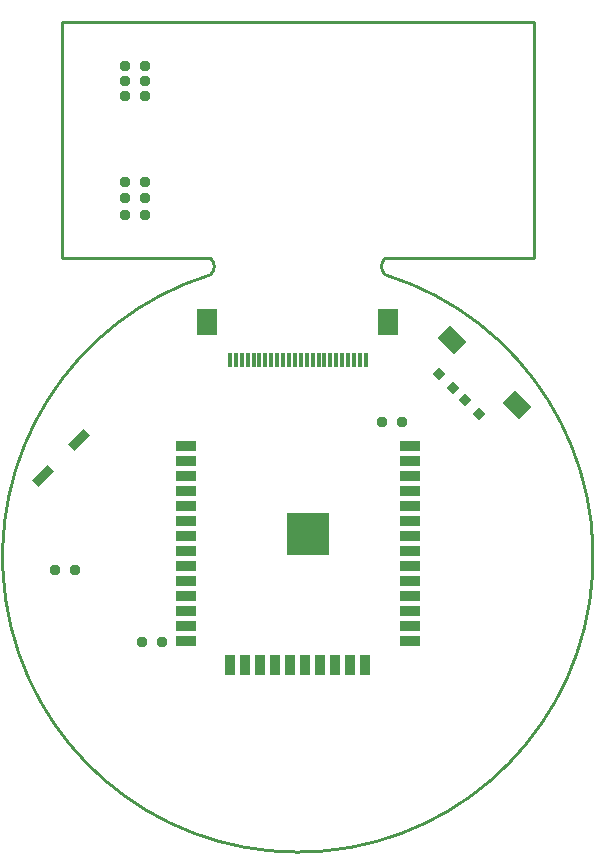
<source format=gbp>
G04*
G04 #@! TF.GenerationSoftware,Altium Limited,Altium Designer,20.0.1 (14)*
G04*
G04 Layer_Color=128*
%FSLAX25Y25*%
%MOIN*%
G70*
G01*
G75*
%ADD15C,0.01000*%
G04:AMPARAMS|DCode=17|XSize=31.5mil|YSize=32.01mil|CornerRadius=7.87mil|HoleSize=0mil|Usage=FLASHONLY|Rotation=0.000|XOffset=0mil|YOffset=0mil|HoleType=Round|Shape=RoundedRectangle|*
%AMROUNDEDRECTD17*
21,1,0.03150,0.01626,0,0,0.0*
21,1,0.01575,0.03201,0,0,0.0*
1,1,0.01575,0.00787,-0.00813*
1,1,0.01575,-0.00787,-0.00813*
1,1,0.01575,-0.00787,0.00813*
1,1,0.01575,0.00787,0.00813*
%
%ADD17ROUNDEDRECTD17*%
G04:AMPARAMS|DCode=57|XSize=70.87mil|YSize=31.5mil|CornerRadius=0mil|HoleSize=0mil|Usage=FLASHONLY|Rotation=225.000|XOffset=0mil|YOffset=0mil|HoleType=Round|Shape=Rectangle|*
%AMROTATEDRECTD57*
4,1,4,0.01392,0.03619,0.03619,0.01392,-0.01392,-0.03619,-0.03619,-0.01392,0.01392,0.03619,0.0*
%
%ADD57ROTATEDRECTD57*%

G04:AMPARAMS|DCode=58|XSize=31.5mil|YSize=32.01mil|CornerRadius=7.87mil|HoleSize=0mil|Usage=FLASHONLY|Rotation=135.000|XOffset=0mil|YOffset=0mil|HoleType=Round|Shape=RoundedRectangle|*
%AMROUNDEDRECTD58*
21,1,0.03150,0.01626,0,0,135.0*
21,1,0.01575,0.03201,0,0,135.0*
1,1,0.01575,0.00018,0.01132*
1,1,0.01575,0.01132,0.00018*
1,1,0.01575,-0.00018,-0.01132*
1,1,0.01575,-0.01132,-0.00018*
%
%ADD58ROUNDEDRECTD58*%
G04:AMPARAMS|DCode=59|XSize=78.74mil|YSize=59.06mil|CornerRadius=0mil|HoleSize=0mil|Usage=FLASHONLY|Rotation=135.000|XOffset=0mil|YOffset=0mil|HoleType=Round|Shape=Rectangle|*
%AMROTATEDRECTD59*
4,1,4,0.04872,-0.00696,0.00696,-0.04872,-0.04872,0.00696,-0.00696,0.04872,0.04872,-0.00696,0.0*
%
%ADD59ROTATEDRECTD59*%

%ADD60R,0.07087X0.08661*%
%ADD61R,0.01181X0.05118*%
%ADD62R,0.14173X0.14173*%
%ADD63R,0.07087X0.03543*%
%ADD64R,0.03543X0.07087*%
D15*
X29000Y99500D02*
G03*
X29016Y94051I2732J-2717D01*
G01*
X-29016D02*
G03*
X-29000Y99500I-2717J2732D01*
G01*
X-29016Y94051D02*
G03*
X29181Y94000I29016J-94051D01*
G01*
X-78742Y99500D02*
X-29000D01*
X29000D02*
X78739D01*
Y178220D01*
X78758Y178240D01*
X-78722D02*
X78758D01*
X-78742Y178220D02*
X-78722Y178240D01*
X-78742Y99500D02*
Y178220D01*
D17*
X34846Y45000D02*
D03*
X28154D02*
D03*
X-45154Y-28500D02*
D03*
X-51846D02*
D03*
X-80847Y-4500D02*
D03*
X-74154D02*
D03*
X-50807Y119510D02*
D03*
X-57500D02*
D03*
X-50807Y125010D02*
D03*
X-57500D02*
D03*
X-50807Y114010D02*
D03*
X-57500D02*
D03*
X-50807Y158500D02*
D03*
X-57500D02*
D03*
X-50807Y163500D02*
D03*
X-57500D02*
D03*
X-50807Y153500D02*
D03*
X-57500D02*
D03*
D57*
X-84985Y27015D02*
D03*
X-73015Y38985D02*
D03*
D58*
X60366Y47634D02*
D03*
X55634Y52366D02*
D03*
X51866Y56134D02*
D03*
X47134Y60866D02*
D03*
D59*
X51286Y72214D02*
D03*
X73000Y50500D02*
D03*
D60*
X30118Y78398D02*
D03*
X-30118D02*
D03*
D61*
X22638Y65602D02*
D03*
X20669D02*
D03*
X18701D02*
D03*
X16732D02*
D03*
X14764D02*
D03*
X12795D02*
D03*
X10827D02*
D03*
X8858D02*
D03*
X6890D02*
D03*
X4921D02*
D03*
X2953D02*
D03*
X984D02*
D03*
X-984D02*
D03*
X-2953D02*
D03*
X-4921D02*
D03*
X-6890D02*
D03*
X-8858D02*
D03*
X-10827D02*
D03*
X-12795D02*
D03*
X-14764D02*
D03*
X-16732D02*
D03*
X-18701D02*
D03*
X-20669D02*
D03*
X-22638D02*
D03*
D62*
X3524Y7504D02*
D03*
D63*
X37382Y-8126D02*
D03*
Y31874D02*
D03*
Y36874D02*
D03*
Y-3126D02*
D03*
Y6874D02*
D03*
Y11874D02*
D03*
Y21874D02*
D03*
Y-28126D02*
D03*
Y-18126D02*
D03*
Y26874D02*
D03*
Y16874D02*
D03*
Y1874D02*
D03*
Y-13126D02*
D03*
Y-23126D02*
D03*
X-37421Y-8126D02*
D03*
Y36874D02*
D03*
Y31874D02*
D03*
Y21874D02*
D03*
Y11874D02*
D03*
Y6874D02*
D03*
Y-3126D02*
D03*
Y-28126D02*
D03*
Y-18126D02*
D03*
Y26874D02*
D03*
Y16874D02*
D03*
Y1874D02*
D03*
Y-13126D02*
D03*
Y-23126D02*
D03*
D64*
X-22500Y-36000D02*
D03*
X-12500D02*
D03*
X-2500D02*
D03*
X2500D02*
D03*
X12500D02*
D03*
X17500D02*
D03*
X-17500D02*
D03*
X-7500D02*
D03*
X7500D02*
D03*
X22500D02*
D03*
M02*

</source>
